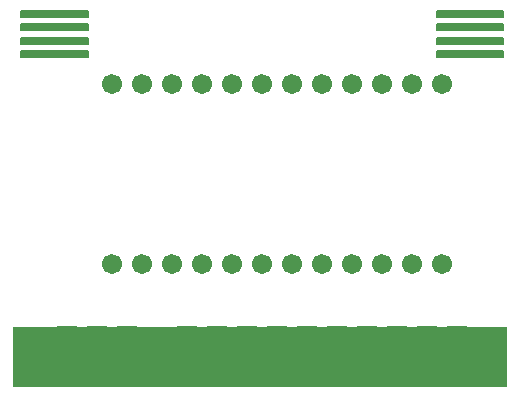
<source format=gbr>
G04 #@! TF.GenerationSoftware,KiCad,Pcbnew,(5.1.9-0-10_14)*
G04 #@! TF.CreationDate,2021-04-12T21:42:41-07:00*
G04 #@! TF.ProjectId,cart,63617274-2e6b-4696-9361-645f70636258,1.0-dev3*
G04 #@! TF.SameCoordinates,Original*
G04 #@! TF.FileFunction,Soldermask,Top*
G04 #@! TF.FilePolarity,Negative*
%FSLAX46Y46*%
G04 Gerber Fmt 4.6, Leading zero omitted, Abs format (unit mm)*
G04 Created by KiCad (PCBNEW (5.1.9-0-10_14)) date 2021-04-12 21:42:41*
%MOMM*%
%LPD*%
G01*
G04 APERTURE LIST*
%ADD10C,0.200000*%
%ADD11C,0.100000*%
%ADD12O,0.609600X4.351600*%
%ADD13C,0.609600*%
%ADD14C,1.701600*%
G04 APERTURE END LIST*
D10*
G36*
X124968000Y-101818500D02*
G01*
X119316500Y-101818500D01*
X119316500Y-101310500D01*
X124968000Y-101310500D01*
X124968000Y-101818500D01*
G37*
X124968000Y-101818500D02*
X119316500Y-101818500D01*
X119316500Y-101310500D01*
X124968000Y-101310500D01*
X124968000Y-101818500D01*
G36*
X124968000Y-99532500D02*
G01*
X119316500Y-99532500D01*
X119316500Y-99024500D01*
X124968000Y-99024500D01*
X124968000Y-99532500D01*
G37*
X124968000Y-99532500D02*
X119316500Y-99532500D01*
X119316500Y-99024500D01*
X124968000Y-99024500D01*
X124968000Y-99532500D01*
G36*
X124968000Y-98389500D02*
G01*
X119316500Y-98389500D01*
X119316500Y-97881500D01*
X124968000Y-97881500D01*
X124968000Y-98389500D01*
G37*
X124968000Y-98389500D02*
X119316500Y-98389500D01*
X119316500Y-97881500D01*
X124968000Y-97881500D01*
X124968000Y-98389500D01*
G36*
X124968000Y-100675500D02*
G01*
X119316500Y-100675500D01*
X119316500Y-100167500D01*
X124968000Y-100167500D01*
X124968000Y-100675500D01*
G37*
X124968000Y-100675500D02*
X119316500Y-100675500D01*
X119316500Y-100167500D01*
X124968000Y-100167500D01*
X124968000Y-100675500D01*
G36*
X160147000Y-101818500D02*
G01*
X154495500Y-101818500D01*
X154495500Y-101310500D01*
X160147000Y-101310500D01*
X160147000Y-101818500D01*
G37*
X160147000Y-101818500D02*
X154495500Y-101818500D01*
X154495500Y-101310500D01*
X160147000Y-101310500D01*
X160147000Y-101818500D01*
G36*
X160147000Y-100675500D02*
G01*
X154495500Y-100675500D01*
X154495500Y-100167500D01*
X160147000Y-100167500D01*
X160147000Y-100675500D01*
G37*
X160147000Y-100675500D02*
X154495500Y-100675500D01*
X154495500Y-100167500D01*
X160147000Y-100167500D01*
X160147000Y-100675500D01*
G36*
X160147000Y-99532500D02*
G01*
X154495500Y-99532500D01*
X154495500Y-99024500D01*
X160147000Y-99024500D01*
X160147000Y-99532500D01*
G37*
X160147000Y-99532500D02*
X154495500Y-99532500D01*
X154495500Y-99024500D01*
X160147000Y-99024500D01*
X160147000Y-99532500D01*
G36*
X160147000Y-98389500D02*
G01*
X154495500Y-98389500D01*
X154495500Y-97881500D01*
X160147000Y-97881500D01*
X160147000Y-98389500D01*
G37*
X160147000Y-98389500D02*
X154495500Y-98389500D01*
X154495500Y-97881500D01*
X160147000Y-97881500D01*
X160147000Y-98389500D01*
D11*
G36*
X160401000Y-129667000D02*
G01*
X118618000Y-129667000D01*
X118618000Y-124650500D01*
X160401000Y-124650500D01*
X160401000Y-129667000D01*
G37*
X160401000Y-129667000D02*
X118618000Y-129667000D01*
X118618000Y-124650500D01*
X160401000Y-124650500D01*
X160401000Y-129667000D01*
D10*
G36*
X124968000Y-101818500D02*
G01*
X119316500Y-101818500D01*
X119316500Y-101310500D01*
X124968000Y-101310500D01*
X124968000Y-101818500D01*
G37*
X124968000Y-101818500D02*
X119316500Y-101818500D01*
X119316500Y-101310500D01*
X124968000Y-101310500D01*
X124968000Y-101818500D01*
G36*
X124968000Y-99532500D02*
G01*
X119316500Y-99532500D01*
X119316500Y-99024500D01*
X124968000Y-99024500D01*
X124968000Y-99532500D01*
G37*
X124968000Y-99532500D02*
X119316500Y-99532500D01*
X119316500Y-99024500D01*
X124968000Y-99024500D01*
X124968000Y-99532500D01*
G36*
X124968000Y-98389500D02*
G01*
X119316500Y-98389500D01*
X119316500Y-97881500D01*
X124968000Y-97881500D01*
X124968000Y-98389500D01*
G37*
X124968000Y-98389500D02*
X119316500Y-98389500D01*
X119316500Y-97881500D01*
X124968000Y-97881500D01*
X124968000Y-98389500D01*
G36*
X124968000Y-100675500D02*
G01*
X119316500Y-100675500D01*
X119316500Y-100167500D01*
X124968000Y-100167500D01*
X124968000Y-100675500D01*
G37*
X124968000Y-100675500D02*
X119316500Y-100675500D01*
X119316500Y-100167500D01*
X124968000Y-100167500D01*
X124968000Y-100675500D01*
G36*
X160147000Y-101818500D02*
G01*
X154495500Y-101818500D01*
X154495500Y-101310500D01*
X160147000Y-101310500D01*
X160147000Y-101818500D01*
G37*
X160147000Y-101818500D02*
X154495500Y-101818500D01*
X154495500Y-101310500D01*
X160147000Y-101310500D01*
X160147000Y-101818500D01*
G36*
X160147000Y-100675500D02*
G01*
X154495500Y-100675500D01*
X154495500Y-100167500D01*
X160147000Y-100167500D01*
X160147000Y-100675500D01*
G37*
X160147000Y-100675500D02*
X154495500Y-100675500D01*
X154495500Y-100167500D01*
X160147000Y-100167500D01*
X160147000Y-100675500D01*
G36*
X160147000Y-99532500D02*
G01*
X154495500Y-99532500D01*
X154495500Y-99024500D01*
X160147000Y-99024500D01*
X160147000Y-99532500D01*
G37*
X160147000Y-99532500D02*
X154495500Y-99532500D01*
X154495500Y-99024500D01*
X160147000Y-99024500D01*
X160147000Y-99532500D01*
G36*
X160147000Y-98389500D02*
G01*
X154495500Y-98389500D01*
X154495500Y-97881500D01*
X160147000Y-97881500D01*
X160147000Y-98389500D01*
G37*
X160147000Y-98389500D02*
X154495500Y-98389500D01*
X154495500Y-97881500D01*
X160147000Y-97881500D01*
X160147000Y-98389500D01*
D11*
G36*
X160401000Y-129667000D02*
G01*
X118618000Y-129667000D01*
X118618000Y-124650500D01*
X160401000Y-124650500D01*
X160401000Y-129667000D01*
G37*
X160401000Y-129667000D02*
X118618000Y-129667000D01*
X118618000Y-124650500D01*
X160401000Y-124650500D01*
X160401000Y-129667000D01*
D12*
X129667000Y-126839000D03*
X131953000Y-126839000D03*
D13*
X131699000Y-124968000D03*
X129921000Y-124968000D03*
X130810000Y-124968000D03*
G36*
G01*
X124879200Y-128619000D02*
X124879200Y-124619000D01*
G75*
G02*
X124930000Y-124568200I50800J0D01*
G01*
X126530000Y-124568200D01*
G75*
G02*
X126580800Y-124619000I0J-50800D01*
G01*
X126580800Y-128619000D01*
G75*
G02*
X126530000Y-128669800I-50800J0D01*
G01*
X124930000Y-128669800D01*
G75*
G02*
X124879200Y-128619000I0J50800D01*
G01*
G37*
G36*
G01*
X122339200Y-128619000D02*
X122339200Y-124619000D01*
G75*
G02*
X122390000Y-124568200I50800J0D01*
G01*
X123990000Y-124568200D01*
G75*
G02*
X124040800Y-124619000I0J-50800D01*
G01*
X124040800Y-128619000D01*
G75*
G02*
X123990000Y-128669800I-50800J0D01*
G01*
X122390000Y-128669800D01*
G75*
G02*
X122339200Y-128619000I0J50800D01*
G01*
G37*
G36*
G01*
X127419200Y-128619000D02*
X127419200Y-124619000D01*
G75*
G02*
X127470000Y-124568200I50800J0D01*
G01*
X129070000Y-124568200D01*
G75*
G02*
X129120800Y-124619000I0J-50800D01*
G01*
X129120800Y-128619000D01*
G75*
G02*
X129070000Y-128669800I-50800J0D01*
G01*
X127470000Y-128669800D01*
G75*
G02*
X127419200Y-128619000I0J50800D01*
G01*
G37*
G36*
G01*
X132499200Y-128619000D02*
X132499200Y-124619000D01*
G75*
G02*
X132550000Y-124568200I50800J0D01*
G01*
X134150000Y-124568200D01*
G75*
G02*
X134200800Y-124619000I0J-50800D01*
G01*
X134200800Y-128619000D01*
G75*
G02*
X134150000Y-128669800I-50800J0D01*
G01*
X132550000Y-128669800D01*
G75*
G02*
X132499200Y-128619000I0J50800D01*
G01*
G37*
G36*
G01*
X135039200Y-128619000D02*
X135039200Y-124619000D01*
G75*
G02*
X135090000Y-124568200I50800J0D01*
G01*
X136690000Y-124568200D01*
G75*
G02*
X136740800Y-124619000I0J-50800D01*
G01*
X136740800Y-128619000D01*
G75*
G02*
X136690000Y-128669800I-50800J0D01*
G01*
X135090000Y-128669800D01*
G75*
G02*
X135039200Y-128619000I0J50800D01*
G01*
G37*
G36*
G01*
X137579200Y-128619000D02*
X137579200Y-124619000D01*
G75*
G02*
X137630000Y-124568200I50800J0D01*
G01*
X139230000Y-124568200D01*
G75*
G02*
X139280800Y-124619000I0J-50800D01*
G01*
X139280800Y-128619000D01*
G75*
G02*
X139230000Y-128669800I-50800J0D01*
G01*
X137630000Y-128669800D01*
G75*
G02*
X137579200Y-128619000I0J50800D01*
G01*
G37*
G36*
G01*
X140119200Y-128619000D02*
X140119200Y-124619000D01*
G75*
G02*
X140170000Y-124568200I50800J0D01*
G01*
X141770000Y-124568200D01*
G75*
G02*
X141820800Y-124619000I0J-50800D01*
G01*
X141820800Y-128619000D01*
G75*
G02*
X141770000Y-128669800I-50800J0D01*
G01*
X140170000Y-128669800D01*
G75*
G02*
X140119200Y-128619000I0J50800D01*
G01*
G37*
G36*
G01*
X142659200Y-128619000D02*
X142659200Y-124619000D01*
G75*
G02*
X142710000Y-124568200I50800J0D01*
G01*
X144310000Y-124568200D01*
G75*
G02*
X144360800Y-124619000I0J-50800D01*
G01*
X144360800Y-128619000D01*
G75*
G02*
X144310000Y-128669800I-50800J0D01*
G01*
X142710000Y-128669800D01*
G75*
G02*
X142659200Y-128619000I0J50800D01*
G01*
G37*
G36*
G01*
X145199200Y-128619000D02*
X145199200Y-124619000D01*
G75*
G02*
X145250000Y-124568200I50800J0D01*
G01*
X146850000Y-124568200D01*
G75*
G02*
X146900800Y-124619000I0J-50800D01*
G01*
X146900800Y-128619000D01*
G75*
G02*
X146850000Y-128669800I-50800J0D01*
G01*
X145250000Y-128669800D01*
G75*
G02*
X145199200Y-128619000I0J50800D01*
G01*
G37*
G36*
G01*
X147739200Y-128619000D02*
X147739200Y-124619000D01*
G75*
G02*
X147790000Y-124568200I50800J0D01*
G01*
X149390000Y-124568200D01*
G75*
G02*
X149440800Y-124619000I0J-50800D01*
G01*
X149440800Y-128619000D01*
G75*
G02*
X149390000Y-128669800I-50800J0D01*
G01*
X147790000Y-128669800D01*
G75*
G02*
X147739200Y-128619000I0J50800D01*
G01*
G37*
G36*
G01*
X150279200Y-128619000D02*
X150279200Y-124619000D01*
G75*
G02*
X150330000Y-124568200I50800J0D01*
G01*
X151930000Y-124568200D01*
G75*
G02*
X151980800Y-124619000I0J-50800D01*
G01*
X151980800Y-128619000D01*
G75*
G02*
X151930000Y-128669800I-50800J0D01*
G01*
X150330000Y-128669800D01*
G75*
G02*
X150279200Y-128619000I0J50800D01*
G01*
G37*
G36*
G01*
X152819200Y-128619000D02*
X152819200Y-124619000D01*
G75*
G02*
X152870000Y-124568200I50800J0D01*
G01*
X154470000Y-124568200D01*
G75*
G02*
X154520800Y-124619000I0J-50800D01*
G01*
X154520800Y-128619000D01*
G75*
G02*
X154470000Y-128669800I-50800J0D01*
G01*
X152870000Y-128669800D01*
G75*
G02*
X152819200Y-128619000I0J50800D01*
G01*
G37*
G36*
G01*
X155359200Y-128619000D02*
X155359200Y-124619000D01*
G75*
G02*
X155410000Y-124568200I50800J0D01*
G01*
X157010000Y-124568200D01*
G75*
G02*
X157060800Y-124619000I0J-50800D01*
G01*
X157060800Y-128619000D01*
G75*
G02*
X157010000Y-128669800I-50800J0D01*
G01*
X155410000Y-128669800D01*
G75*
G02*
X155359200Y-128619000I0J50800D01*
G01*
G37*
D14*
X127000000Y-104140000D03*
X129540000Y-104140000D03*
X132080000Y-104140000D03*
X134620000Y-104140000D03*
X137160000Y-104140000D03*
X139700000Y-104140000D03*
X142240000Y-104140000D03*
X144780000Y-104140000D03*
X147320000Y-104140000D03*
X149860000Y-104140000D03*
X152400000Y-104140000D03*
X154940000Y-104140000D03*
X154940000Y-119380000D03*
X152400000Y-119380000D03*
X149860000Y-119380000D03*
X147320000Y-119380000D03*
X144780000Y-119380000D03*
X142240000Y-119380000D03*
X139700000Y-119380000D03*
X137160000Y-119380000D03*
X134620000Y-119380000D03*
X132080000Y-119380000D03*
X129540000Y-119380000D03*
X127000000Y-119380000D03*
D11*
G36*
X132500443Y-124881463D02*
G01*
X132501200Y-124883030D01*
X132501200Y-128669800D01*
X132500200Y-128671532D01*
X132499200Y-128671800D01*
X132374347Y-128671800D01*
X132350262Y-128674172D01*
X132327187Y-128681172D01*
X132305923Y-128692537D01*
X132287286Y-128707832D01*
X132272022Y-128726432D01*
X132256509Y-128759232D01*
X132254159Y-128766978D01*
X132252699Y-128768345D01*
X132250785Y-128767764D01*
X132250255Y-128766201D01*
X132255800Y-128709906D01*
X132255800Y-124968094D01*
X132250255Y-124911799D01*
X132251080Y-124909977D01*
X132253070Y-124909781D01*
X132254159Y-124911022D01*
X132256471Y-124918643D01*
X132265735Y-124941008D01*
X132279130Y-124961055D01*
X132296178Y-124978102D01*
X132316225Y-124991496D01*
X132338499Y-125000722D01*
X132362150Y-125005426D01*
X132386256Y-125005426D01*
X132409906Y-125000721D01*
X132432180Y-124991495D01*
X132452227Y-124978100D01*
X132469274Y-124961052D01*
X132482668Y-124941005D01*
X132491877Y-124918774D01*
X132497222Y-124882737D01*
X132498465Y-124881170D01*
X132500443Y-124881463D01*
G37*
G36*
X129122790Y-124882834D02*
G01*
X129125172Y-124907021D01*
X129132172Y-124930096D01*
X129143537Y-124951360D01*
X129158832Y-124969997D01*
X129177469Y-124985292D01*
X129198733Y-124996657D01*
X129221808Y-125003657D01*
X129245799Y-125006020D01*
X129269790Y-125003657D01*
X129292865Y-124996657D01*
X129314129Y-124985292D01*
X129332766Y-124969997D01*
X129348030Y-124951397D01*
X129363543Y-124918597D01*
X129365841Y-124911022D01*
X129367301Y-124909655D01*
X129369215Y-124910236D01*
X129369745Y-124911799D01*
X129364200Y-124968094D01*
X129364201Y-128709906D01*
X129369746Y-128766201D01*
X129368921Y-128768023D01*
X129366931Y-128768219D01*
X129365842Y-128766978D01*
X129363478Y-128759185D01*
X129354214Y-128736821D01*
X129340819Y-128716773D01*
X129323771Y-128699727D01*
X129303724Y-128686332D01*
X129281493Y-128677123D01*
X129245603Y-128671800D01*
X129120800Y-128671800D01*
X129119068Y-128670800D01*
X129118800Y-128669800D01*
X129118800Y-124883030D01*
X129119800Y-124881298D01*
X129121800Y-124881298D01*
X129122790Y-124882834D01*
G37*
M02*

</source>
